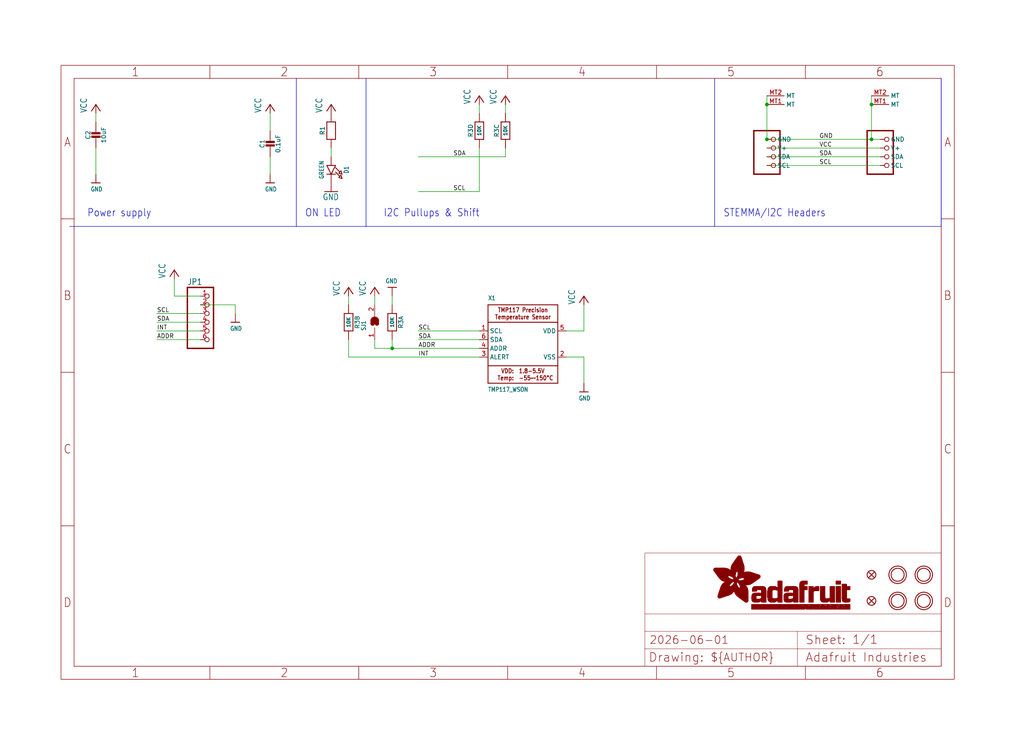
<source format=kicad_sch>
(kicad_sch (version 20230121) (generator eeschema)
  (paper "User" 298.45 217.322)
  (lib_symbols
    (symbol "working-eagle-import:CAP_CERAMIC0603_NO"
      (property "Reference" "C" (at -2.29 1.25 90))
      (symbol "CAP_CERAMIC0603_NO_1_0"
        (pin passive line (at 0 5.08 270) (length 2.54) (name "1") (number "1"))
        (pin passive line (at 0 -2.54 90) (length 2.54) (name "2") (number "2"))
      )
    )
    (symbol "working-eagle-import:CAP_CERAMIC0805-NOOUTLINE"
      (property "Reference" "C" (at -2.29 1.25 90))
      (symbol "CAP_CERAMIC0805-NOOUTLINE_1_0"
        (pin passive line (at 0 5.08 270) (length 2.54) (name "1") (number "1"))
        (pin passive line (at 0 -2.54 90) (length 2.54) (name "2") (number "2"))
      )
    )
    (symbol "working-eagle-import:FIDUCIAL_1MM")
    (symbol "working-eagle-import:FRAME_A4_ADAFRUIT"
      (symbol "FRAME_A4_ADAFRUIT_1_0"
        (text "${#}/${##}" (at 230.505 10.16 0) (effects (font (size 2.54 2.54)) (justify left bottom)))
        (text "${AUTHOR}" (at 189.23 5.08 0) (effects (font (size 2.286 2.286)) (justify left bottom)))
        (text "${CURRENT_DATE}" (at 171.45 10.16 0) (effects (font (size 2.286 2.286)) (justify left bottom)))
        (text "${PROJECTNAME}" (at 171.45 15.24 0) (effects (font (size 2.54 2.54)) (justify left bottom)))
        (text "1" (at 21.6958 1.905 0) (effects (font (size 2.54 2.286))))
        (text "1" (at 21.6958 177.165 0) (effects (font (size 2.54 2.286))))
        (text "2" (at 65.0875 1.905 0) (effects (font (size 2.54 2.286))))
        (text "2" (at 65.0875 177.165 0) (effects (font (size 2.54 2.286))))
        (text "3" (at 108.4792 1.905 0) (effects (font (size 2.54 2.286))))
        (text "3" (at 108.4792 177.165 0) (effects (font (size 2.54 2.286))))
        (text "4" (at 151.8708 1.905 0) (effects (font (size 2.54 2.286))))
        (text "4" (at 151.8708 177.165 0) (effects (font (size 2.54 2.286))))
        (text "5" (at 195.2625 1.905 0) (effects (font (size 2.54 2.286))))
        (text "5" (at 195.2625 177.165 0) (effects (font (size 2.54 2.286))))
        (text "6" (at 238.6542 1.905 0) (effects (font (size 2.54 2.286))))
        (text "6" (at 238.6542 177.165 0) (effects (font (size 2.54 2.286))))
        (text "A" (at 1.905 156.6863 0) (effects (font (size 2.54 2.286))))
        (text "A" (at 258.445 156.6863 0) (effects (font (size 2.54 2.286))))
        (text "Adafruit Industries" (at 216.916 4.953 0) (effects (font (size 2.54 2.54)) (justify left bottom)))
        (text "B" (at 1.905 111.9188 0) (effects (font (size 2.54 2.286))))
        (text "B" (at 258.445 111.9188 0) (effects (font (size 2.54 2.286))))
        (text "C" (at 1.905 67.1513 0) (effects (font (size 2.54 2.286))))
        (text "C" (at 258.445 67.1513 0) (effects (font (size 2.54 2.286))))
        (text "D" (at 1.905 22.3838 0) (effects (font (size 2.54 2.286))))
        (text "D" (at 258.445 22.3838 0) (effects (font (size 2.54 2.286))))
        (text "Drawing:" (at 171.196 4.953 0) (effects (font (size 2.54 2.54)) (justify left bottom)))
        (text "Sheet:" (at 216.916 10.033 0) (effects (font (size 2.54 2.54)) (justify left bottom)))
      )
    )
    (symbol "working-eagle-import:GND" (power)
      (property "Value" "GND" (at -1.524 -2.54 0))
      (symbol "GND_1_0"
        (pin power_in line (at 0 2.54 270) (length 2.54) (name "GND") (number "1"))
      )
    )
    (symbol "working-eagle-import:HEADER-1X670MIL"
      (property "Reference" "JP" (at -6.35 10.795 0))
      (symbol "HEADER-1X670MIL_1_0"
        (pin passive inverted (at -2.54 7.62 0) (length 2.54) (name "1") (number "1"))
        (pin passive inverted (at -2.54 5.08 0) (length 2.54) (name "2") (number "2"))
        (pin passive inverted (at -2.54 2.54 0) (length 2.54) (name "3") (number "3"))
        (pin passive inverted (at -2.54 0 0) (length 2.54) (name "4") (number "4"))
        (pin passive inverted (at -2.54 -2.54 0) (length 2.54) (name "5") (number "5"))
        (pin passive inverted (at -2.54 -5.08 0) (length 2.54) (name "6") (number "6"))
      )
    )
    (symbol "working-eagle-import:LED0603_NOOUTLINE"
      (property "Reference" "D" (at -1.27 4.445 0))
      (symbol "LED0603_NOOUTLINE_1_0"
        (pin passive line (at -5.08 0 0) (length 2.54) (name "A") (number "A"))
        (pin passive line (at 2.54 0 180) (length 2.54) (name "C") (number "C"))
      )
    )
    (symbol "working-eagle-import:MOUNTINGHOLE2.5")
    (symbol "working-eagle-import:RESISTOR_0603_NOOUT"
      (property "Reference" "R" (at 0 2.54 0))
      (symbol "RESISTOR_0603_NOOUT_1_0"
        (pin passive line (at -5.08 0 0) (length 2.54) (name "1") (number "1"))
        (pin passive line (at 5.08 0 180) (length 2.54) (name "2") (number "2"))
      )
    )
    (symbol "working-eagle-import:RESISTOR_4PACK"
      (property "Reference" "R" (at 0 2.54 0))
      (symbol "RESISTOR_4PACK_1_0"
        (pin passive line (at -5.08 0 0) (length 2.54) (name "1") (number "1"))
        (pin passive line (at 5.08 0 180) (length 2.54) (name "2") (number "8"))
      )
      (symbol "RESISTOR_4PACK_2_0"
        (pin passive line (at -5.08 0 0) (length 2.54) (name "1") (number "2"))
        (pin passive line (at 5.08 0 180) (length 2.54) (name "2") (number "7"))
      )
      (symbol "RESISTOR_4PACK_3_0"
        (pin passive line (at -5.08 0 0) (length 2.54) (name "1") (number "3"))
        (pin passive line (at 5.08 0 180) (length 2.54) (name "2") (number "6"))
      )
      (symbol "RESISTOR_4PACK_4_0"
        (pin passive line (at -5.08 0 0) (length 2.54) (name "1") (number "4"))
        (pin passive line (at 5.08 0 180) (length 2.54) (name "2") (number "5"))
      )
    )
    (symbol "working-eagle-import:SOLDERJUMPER"
      (property "Reference" "SJ" (at -2.54 2.54 0))
      (symbol "SOLDERJUMPER_1_0"
        (pin passive line (at -5.08 0 0) (length 2.54) (name "1") (number "1"))
        (pin passive line (at 5.08 0 180) (length 2.54) (name "2") (number "2"))
      )
    )
    (symbol "working-eagle-import:STEMMA_I2C_QT"
      (symbol "STEMMA_I2C_QT_1_0"
        (pin passive inverted (at 0 5.08 0) (length 2.54) (name "GND") (number "1"))
        (pin passive inverted (at 0 2.54 0) (length 2.54) (name "V+") (number "2"))
        (pin passive inverted (at 0 0 0) (length 2.54) (name "SDA") (number "3"))
        (pin passive inverted (at 0 -2.54 0) (length 2.54) (name "SCL") (number "4"))
      )
      (symbol "STEMMA_I2C_QT_2_0"
        (pin bidirectional line (at 0 0 0) (length 5.08) (name "MT") (number "MT1"))
      )
      (symbol "STEMMA_I2C_QT_3_0"
        (pin bidirectional line (at 0 0 0) (length 5.08) (name "MT") (number "MT2"))
      )
    )
    (symbol "working-eagle-import:TMP117_WSON"
      (property "Reference" "X" (at -10.16 11.43 0))
      (symbol "TMP117_WSON_1_0"
        (text "1.8-5.5V\n-55~~150°C" (at -1.27 -10.16 0) (effects (font (size 1.27 1.0795) (thickness 0.2159) bold) (justify left)))
        (text "TMP117 Precision\nTemperature Sensor" (at 0 7.62 0) (effects (font (size 1.27 1.0795) (thickness 0.2159) bold)))
        (text "VDD:\nTemp:" (at -2.54 -10.16 0) (effects (font (size 1.27 1.0795) (thickness 0.2159) bold) (justify right)))
        (pin bidirectional line (at -12.7 2.54 0) (length 2.54) (name "SCL") (number "1"))
        (pin power_in line (at 12.7 -5.08 180) (length 2.54) (name "VSS") (number "2"))
        (pin output line (at -12.7 -5.08 0) (length 2.54) (name "ALERT") (number "3"))
        (pin input line (at -12.7 -2.54 0) (length 2.54) (name "ADDR") (number "4"))
        (pin power_in line (at 12.7 2.54 180) (length 2.54) (name "VDD") (number "5"))
        (pin bidirectional line (at -12.7 0 0) (length 2.54) (name "SDA") (number "6"))
      )
    )
    (symbol "working-eagle-import:VCC" (power)
      (property "Value" "VCC" (at -2.54 -2.54 90))
      (symbol "VCC_1_0"
        (pin power_in line (at 0 -2.54 90) (length 2.54) (name "VCC") (number "1"))
      )
    )
    (symbol "working-eagle-import:supply1_GND" (power)
      (property "Value" "supply1_GND" (at -2.54 -2.54 0))
      (symbol "supply1_GND_1_0"
        (pin power_in line (at 0 2.54 270) (length 2.54) (name "GND") (number "1"))
      )
    )
  )
  (junction (at 254 30.48))
  (junction (at 254 40.64))
  (junction (at 223.52 30.48))
  (junction (at 114.3 101.6))
  (junction (at 223.52 40.64))
  (wire (pts (xy 147.32 43.18) (xy 147.32 45.72)) (stroke (width 0.1524)))
  (wire (pts (xy 58.42 93.98) (xy 45.72 93.98)) (stroke (width 0.1524)))
  (wire (pts (xy 109.22 88.9) (xy 109.22 86.36)) (stroke (width 0.1524)))
  (wire (pts (xy 165.1 96.52) (xy 170.18 96.52)) (stroke (width 0.1524)))
  (wire (pts (xy 254 30.48) (xy 254 40.64)) (stroke (width 0.1524)))
  (wire (pts (xy 58.42 86.36) (xy 50.8 86.36)) (stroke (width 0.1524)))
  (wire (pts (xy 139.7 101.6) (xy 114.3 101.6)) (stroke (width 0.1524)))
  (wire (pts (xy 170.18 104.14) (xy 170.18 111.76)) (stroke (width 0.1524)))
  (wire (pts (xy 223.52 48.26) (xy 256.54 48.26)) (stroke (width 0.1524)))
  (polyline (pts (xy 274.32 22.86) (xy 274.32 66.04)) (stroke (width 0.1524) (type solid)))
  (wire (pts (xy 50.8 86.36) (xy 50.8 81.28)) (stroke (width 0.1524)))
  (wire (pts (xy 223.52 43.18) (xy 256.54 43.18)) (stroke (width 0.1524)))
  (wire (pts (xy 170.18 96.52) (xy 170.18 88.9)) (stroke (width 0.1524)))
  (wire (pts (xy 139.7 43.18) (xy 139.7 55.88)) (stroke (width 0.1524)))
  (wire (pts (xy 58.42 99.06) (xy 45.72 99.06)) (stroke (width 0.1524)))
  (wire (pts (xy 114.3 101.6) (xy 109.22 101.6)) (stroke (width 0.1524)))
  (wire (pts (xy 114.3 86.36) (xy 114.3 88.9)) (stroke (width 0.1524)))
  (wire (pts (xy 147.32 45.72) (xy 121.92 45.72)) (stroke (width 0.1524)))
  (polyline (pts (xy 86.36 66.04) (xy 106.68 66.04)) (stroke (width 0.1524) (type solid)))
  (polyline (pts (xy 208.28 22.86) (xy 208.28 66.04)) (stroke (width 0.1524) (type solid)))
  (wire (pts (xy 114.3 101.6) (xy 114.3 99.06)) (stroke (width 0.1524)))
  (polyline (pts (xy 106.68 66.04) (xy 208.28 66.04)) (stroke (width 0.1524) (type solid)))
  (wire (pts (xy 27.94 50.8) (xy 27.94 43.18)) (stroke (width 0.1524)))
  (wire (pts (xy 139.7 55.88) (xy 121.92 55.88)) (stroke (width 0.1524)))
  (wire (pts (xy 58.42 96.52) (xy 45.72 96.52)) (stroke (width 0.1524)))
  (wire (pts (xy 109.22 101.6) (xy 109.22 99.06)) (stroke (width 0.1524)))
  (wire (pts (xy 78.74 45.72) (xy 78.74 50.8)) (stroke (width 0.1524)))
  (wire (pts (xy 254 27.94) (xy 254 30.48)) (stroke (width 0.1524)))
  (wire (pts (xy 165.1 104.14) (xy 170.18 104.14)) (stroke (width 0.1524)))
  (wire (pts (xy 68.58 88.9) (xy 68.58 91.44)) (stroke (width 0.1524)))
  (wire (pts (xy 139.7 96.52) (xy 121.92 96.52)) (stroke (width 0.1524)))
  (wire (pts (xy 139.7 30.48) (xy 139.7 33.02)) (stroke (width 0.1524)))
  (polyline (pts (xy 20.32 66.04) (xy 86.36 66.04)) (stroke (width 0.1524) (type solid)))
  (wire (pts (xy 58.42 88.9) (xy 68.58 88.9)) (stroke (width 0.1524)))
  (polyline (pts (xy 208.28 66.04) (xy 274.32 66.04)) (stroke (width 0.1524) (type solid)))
  (wire (pts (xy 256.54 40.64) (xy 254 40.64)) (stroke (width 0.1524)))
  (wire (pts (xy 223.52 30.48) (xy 223.52 40.64)) (stroke (width 0.1524)))
  (wire (pts (xy 147.32 33.02) (xy 147.32 30.48)) (stroke (width 0.1524)))
  (wire (pts (xy 78.74 33.02) (xy 78.74 38.1)) (stroke (width 0.1524)))
  (wire (pts (xy 256.54 45.72) (xy 223.52 45.72)) (stroke (width 0.1524)))
  (wire (pts (xy 101.6 86.36) (xy 101.6 88.9)) (stroke (width 0.1524)))
  (wire (pts (xy 96.52 45.72) (xy 96.52 43.18)) (stroke (width 0.1524)))
  (wire (pts (xy 101.6 104.14) (xy 101.6 99.06)) (stroke (width 0.1524)))
  (wire (pts (xy 254 40.64) (xy 223.52 40.64)) (stroke (width 0.1524)))
  (wire (pts (xy 27.94 33.02) (xy 27.94 35.56)) (stroke (width 0.1524)))
  (polyline (pts (xy 86.36 22.86) (xy 86.36 66.04)) (stroke (width 0.1524) (type solid)))
  (wire (pts (xy 139.7 104.14) (xy 101.6 104.14)) (stroke (width 0.1524)))
  (wire (pts (xy 223.52 27.94) (xy 223.52 30.48)) (stroke (width 0.1524)))
  (wire (pts (xy 58.42 91.44) (xy 45.72 91.44)) (stroke (width 0.1524)))
  (wire (pts (xy 121.92 99.06) (xy 139.7 99.06)) (stroke (width 0.1524)))
  (polyline (pts (xy 106.68 22.86) (xy 106.68 66.04)) (stroke (width 0.1524) (type solid)))
  (text "STEMMA/I2C Headers" (at 210.82 63.5 0) (effects (font (size 2.1844 1.8567)) (justify left bottom)))
  (text "Power supply" (at 25.4 63.5 0) (effects (font (size 2.1844 1.8567)) (justify left bottom)))
  (text "I2C Pullups & Shift" (at 111.76 63.5 0) (effects (font (size 2.1844 1.8567)) (justify left bottom)))
  (text "ON LED" (at 88.9 63.5 0) (effects (font (size 2.1844 1.8567)) (justify left bottom)))
  (label "SCL" (at 132.08 55.88 0) (effects (font (size 1.2446 1.2446))))
  (label "ADDR" (at 45.72 99.06 0) (effects (font (size 1.2446 1.2446))))
  (label "INT" (at 45.72 96.52 0) (effects (font (size 1.2446 1.2446))))
  (label "SDA" (at 132.08 45.72 0) (effects (font (size 1.2446 1.2446))))
  (label "SCL" (at 238.76 48.26 0) (effects (font (size 1.2446 1.2446))))
  (label "SDA" (at 238.76 45.72 0) (effects (font (size 1.2446 1.2446))))
  (label "INT" (at 121.92 104.14 0) (effects (font (size 1.2446 1.2446))))
  (label "ADDR" (at 121.92 101.6 0) (effects (font (size 1.2446 1.2446))))
  (label "VCC" (at 238.76 43.18 0) (effects (font (size 1.2446 1.2446))))
  (label "SDA" (at 121.92 99.06 0) (effects (font (size 1.2446 1.2446))))
  (label "GND" (at 238.76 40.64 0) (effects (font (size 1.2446 1.2446))))
  (label "SDA" (at 45.72 93.98 0) (effects (font (size 1.2446 1.2446))))
  (label "SCL" (at 45.72 91.44 0) (effects (font (size 1.2446 1.2446))))
  (label "SCL" (at 121.92 96.52 0) (effects (font (size 1.2446 1.2446))))
  (symbol (lib_id "working-eagle-import:GND") (at 114.3 83.82 180) (unit 1)
    (property "Reference" "#U$3" (effects hide))
    (property "Value" "GND" (at 115.824 81.28 0) (effects (font (size 1.27 1.0795)) (justify left bottom)))
  )
  (symbol (lib_id "working-eagle-import:STEMMA_I2C_QT") (at 223.52 27.94 0) (unit 3)
    (property "Reference" "CONN3" (effects hide))
    (property "Value" "STEMMA_I2C_QT" (effects hide))
    (property "Footprint" "working:JST_SH4" (effects hide))
  )
  (symbol (lib_id "working-eagle-import:MOUNTINGHOLE2.5") (at 261.62 175.26 0) (unit 1)
    (property "Reference" "U$1" (effects hide))
    (property "Value" "MOUNTINGHOLE2.5" (effects hide))
    (property "Footprint" "working:MOUNTINGHOLE_2.5_PLATED" (effects hide))
  )
  (symbol (lib_id "working-eagle-import:STEMMA_I2C_QT") (at 254 27.94 0) (unit 3)
    (property "Reference" "CONN4" (effects hide))
    (property "Value" "STEMMA_I2C_QT" (effects hide))
    (property "Footprint" "working:JST_SH4" (effects hide))
  )
  (symbol (lib_id "working-eagle-import:VCC") (at 170.18 86.36 0) (unit 1)
    (property "Reference" "#P+7" (effects hide))
    (property "Value" "VCC" (at 167.64 88.9 90) (effects (font (size 1.778 1.5113)) (justify left bottom)))
  )
  (symbol (lib_id "working-eagle-import:VCC") (at 78.74 30.48 0) (unit 1)
    (property "Reference" "#P+5" (effects hide))
    (property "Value" "VCC" (at 76.2 33.02 90) (effects (font (size 1.778 1.5113)) (justify left bottom)))
  )
  (symbol (lib_id "working-eagle-import:STEMMA_I2C_QT") (at 223.52 45.72 0) (unit 1)
    (property "Reference" "CONN3" (effects hide))
    (property "Value" "STEMMA_I2C_QT" (effects hide))
    (property "Footprint" "working:JST_SH4" (effects hide))
  )
  (symbol (lib_id "working-eagle-import:MOUNTINGHOLE2.5") (at 261.62 167.64 0) (unit 1)
    (property "Reference" "U$17" (effects hide))
    (property "Value" "MOUNTINGHOLE2.5" (effects hide))
    (property "Footprint" "working:MOUNTINGHOLE_2.5_PLATED" (effects hide))
  )
  (symbol (lib_id "working-eagle-import:STEMMA_I2C_QT") (at 223.52 30.48 0) (unit 2)
    (property "Reference" "CONN3" (effects hide))
    (property "Value" "STEMMA_I2C_QT" (effects hide))
    (property "Footprint" "working:JST_SH4" (effects hide))
  )
  (symbol (lib_id "working-eagle-import:RESISTOR_4PACK") (at 147.32 38.1 90) (unit 3)
    (property "Reference" "R3" (at 144.78 38.1 0))
    (property "Value" "10K" (at 147.32 38.1 0) (effects (font (size 1.016 1.016) bold)))
    (property "Footprint" "working:RESPACK_4X0603" (effects hide))
  )
  (symbol (lib_id "working-eagle-import:STEMMA_I2C_QT") (at 254 30.48 0) (unit 2)
    (property "Reference" "CONN4" (effects hide))
    (property "Value" "STEMMA_I2C_QT" (effects hide))
    (property "Footprint" "working:JST_SH4" (effects hide))
  )
  (symbol (lib_id "working-eagle-import:STEMMA_I2C_QT") (at 256.54 45.72 0) (unit 1)
    (property "Reference" "CONN4" (effects hide))
    (property "Value" "STEMMA_I2C_QT" (effects hide))
    (property "Footprint" "working:JST_SH4" (effects hide))
  )
  (symbol (lib_id "working-eagle-import:VCC") (at 139.7 27.94 0) (unit 1)
    (property "Reference" "#P+1" (effects hide))
    (property "Value" "VCC" (at 137.16 30.48 90) (effects (font (size 1.778 1.5113)) (justify left bottom)))
  )
  (symbol (lib_id "working-eagle-import:MOUNTINGHOLE2.5") (at 269.24 175.26 0) (unit 1)
    (property "Reference" "U$21" (effects hide))
    (property "Value" "MOUNTINGHOLE2.5" (effects hide))
    (property "Footprint" "working:MOUNTINGHOLE_2.5_PLATED" (effects hide))
  )
  (symbol (lib_id "working-eagle-import:GND") (at 170.18 114.3 0) (unit 1)
    (property "Reference" "#U$2" (effects hide))
    (property "Value" "GND" (at 168.656 116.84 0) (effects (font (size 1.27 1.0795)) (justify left bottom)))
  )
  (symbol (lib_id "working-eagle-import:LED0603_NOOUTLINE") (at 96.52 50.8 270) (unit 1)
    (property "Reference" "D1" (at 100.965 49.53 0) (effects (font (size 1.27 1.0795))))
    (property "Value" "GREEN" (at 93.726 49.53 0) (effects (font (size 1.27 1.0795))))
    (property "Footprint" "working:CHIPLED_0603_NOOUTLINE" (effects hide))
  )
  (symbol (lib_id "working-eagle-import:SOLDERJUMPER") (at 109.22 93.98 90) (unit 1)
    (property "Reference" "SJ1" (at 106.68 96.52 0) (effects (font (size 1.27 1.0795)) (justify left bottom)))
    (property "Value" "SOLDERJUMPER" (effects hide))
    (property "Footprint" "working:SOLDERJUMPER_ARROW_NOPASTE" (effects hide))
  )
  (symbol (lib_id "working-eagle-import:HEADER-1X670MIL") (at 60.96 93.98 0) (unit 1)
    (property "Reference" "JP1" (at 54.61 83.185 0) (effects (font (size 1.778 1.5113)) (justify left bottom)))
    (property "Value" "HEADER-1X670MIL" (effects hide))
    (property "Footprint" "working:1X06_ROUND_70" (effects hide))
  )
  (symbol (lib_id "working-eagle-import:FRAME_A4_ADAFRUIT") (at 17.78 198.12 0) (unit 1)
    (property "Reference" "#U$18" (effects hide))
    (property "Value" "FRAME_A4_ADAFRUIT" (effects hide))
  )
  (symbol (lib_id "working-eagle-import:VCC") (at 147.32 27.94 0) (unit 1)
    (property "Reference" "#P+2" (effects hide))
    (property "Value" "VCC" (at 144.78 30.48 90) (effects (font (size 1.778 1.5113)) (justify left bottom)))
  )
  (symbol (lib_id "working-eagle-import:FIDUCIAL_1MM") (at 254 167.64 0) (unit 1)
    (property "Reference" "FID4" (effects hide))
    (property "Value" "FIDUCIAL_1MM" (effects hide))
    (property "Footprint" "working:FIDUCIAL_1MM" (effects hide))
  )
  (symbol (lib_id "working-eagle-import:RESISTOR_4PACK") (at 114.3 93.98 270) (unit 1)
    (property "Reference" "R3" (at 116.84 93.98 0))
    (property "Value" "10K" (at 114.3 93.98 0) (effects (font (size 1.016 1.016) bold)))
    (property "Footprint" "working:RESPACK_4X0603" (effects hide))
  )
  (symbol (lib_id "working-eagle-import:CAP_CERAMIC0603_NO") (at 78.74 43.18 0) (unit 1)
    (property "Reference" "C1" (at 76.45 41.93 90))
    (property "Value" "0.1uF" (at 81.04 41.93 90))
    (property "Footprint" "working:0603-NO" (effects hide))
  )
  (symbol (lib_id "working-eagle-import:supply1_GND") (at 96.52 55.88 0) (unit 1)
    (property "Reference" "#GND6" (effects hide))
    (property "Value" "GND" (at 93.98 58.42 0) (effects (font (size 1.778 1.5113)) (justify left bottom)))
  )
  (symbol (lib_id "working-eagle-import:RESISTOR_4PACK") (at 101.6 93.98 270) (unit 2)
    (property "Reference" "R3" (at 104.14 93.98 0))
    (property "Value" "10K" (at 101.6 93.98 0) (effects (font (size 1.016 1.016) bold)))
    (property "Footprint" "working:RESPACK_4X0603" (effects hide))
  )
  (symbol (lib_id "working-eagle-import:VCC") (at 109.22 83.82 0) (unit 1)
    (property "Reference" "#P+9" (effects hide))
    (property "Value" "VCC" (at 106.68 86.36 90) (effects (font (size 1.778 1.5113)) (justify left bottom)))
  )
  (symbol (lib_id "working-eagle-import:FIDUCIAL_1MM") (at 254 175.26 0) (unit 1)
    (property "Reference" "FID3" (effects hide))
    (property "Value" "FIDUCIAL_1MM" (effects hide))
    (property "Footprint" "working:FIDUCIAL_1MM" (effects hide))
  )
  (symbol (lib_id "working-eagle-import:RESISTOR_4PACK") (at 139.7 38.1 90) (unit 4)
    (property "Reference" "R3" (at 137.16 38.1 0))
    (property "Value" "10K" (at 139.7 38.1 0) (effects (font (size 1.016 1.016) bold)))
    (property "Footprint" "working:RESPACK_4X0603" (effects hide))
  )
  (symbol (lib_id "working-eagle-import:VCC") (at 101.6 83.82 0) (unit 1)
    (property "Reference" "#P+8" (effects hide))
    (property "Value" "VCC" (at 99.06 86.36 90) (effects (font (size 1.778 1.5113)) (justify left bottom)))
  )
  (symbol (lib_id "working-eagle-import:VCC") (at 96.52 30.48 0) (unit 1)
    (property "Reference" "#P+6" (effects hide))
    (property "Value" "VCC" (at 93.98 33.02 90) (effects (font (size 1.778 1.5113)) (justify left bottom)))
  )
  (symbol (lib_id "working-eagle-import:VCC") (at 50.8 78.74 0) (unit 1)
    (property "Reference" "#P+4" (effects hide))
    (property "Value" "VCC" (at 48.26 81.28 90) (effects (font (size 1.778 1.5113)) (justify left bottom)))
  )
  (symbol (lib_id "working-eagle-import:GND") (at 27.94 53.34 0) (unit 1)
    (property "Reference" "#U$13" (effects hide))
    (property "Value" "GND" (at 26.416 55.88 0) (effects (font (size 1.27 1.0795)) (justify left bottom)))
  )
  (symbol (lib_id "working-eagle-import:MOUNTINGHOLE2.5") (at 269.24 167.64 0) (unit 1)
    (property "Reference" "U$19" (effects hide))
    (property "Value" "MOUNTINGHOLE2.5" (effects hide))
    (property "Footprint" "working:MOUNTINGHOLE_2.5_PLATED" (effects hide))
  )
  (symbol (lib_id "working-eagle-import:GND") (at 68.58 93.98 0) (unit 1)
    (property "Reference" "#U$10" (effects hide))
    (property "Value" "GND" (at 67.056 96.52 0) (effects (font (size 1.27 1.0795)) (justify left bottom)))
  )
  (symbol (lib_id "working-eagle-import:CAP_CERAMIC0805-NOOUTLINE") (at 27.94 40.64 0) (unit 1)
    (property "Reference" "C2" (at 25.65 39.39 90))
    (property "Value" "10uF" (at 30.24 39.39 90))
    (property "Footprint" "working:0805-NO" (effects hide))
  )
  (symbol (lib_id "working-eagle-import:RESISTOR_0603_NOOUT") (at 96.52 38.1 90) (unit 1)
    (property "Reference" "R1" (at 93.98 38.1 0))
    (property "Value" "RESISTOR_0603_NOOUT" (effects hide))
    (property "Footprint" "working:0603-NO" (effects hide))
  )
  (symbol (lib_id "working-eagle-import:GND") (at 78.74 53.34 0) (unit 1)
    (property "Reference" "#U$6" (effects hide))
    (property "Value" "GND" (at 77.216 55.88 0) (effects (font (size 1.27 1.0795)) (justify left bottom)))
  )
  (symbol (lib_id "working-eagle-import:VCC") (at 27.94 30.48 0) (unit 1)
    (property "Reference" "#P+3" (effects hide))
    (property "Value" "VCC" (at 25.4 33.02 90) (effects (font (size 1.778 1.5113)) (justify left bottom)))
  )
  (symbol (lib_id "working-eagle-import:TMP117_WSON") (at 152.4 99.06 0) (unit 1)
    (property "Reference" "X1" (at 142.24 87.63 0) (effects (font (size 1.27 1.0795)) (justify left bottom)))
    (property "Value" "TMP117_WSON" (at 142.24 114.3 0) (effects (font (size 1.27 1.0795)) (justify left bottom)))
    (property "Footprint" "working:WSON-6" (effects hide))
  )
)
</source>
